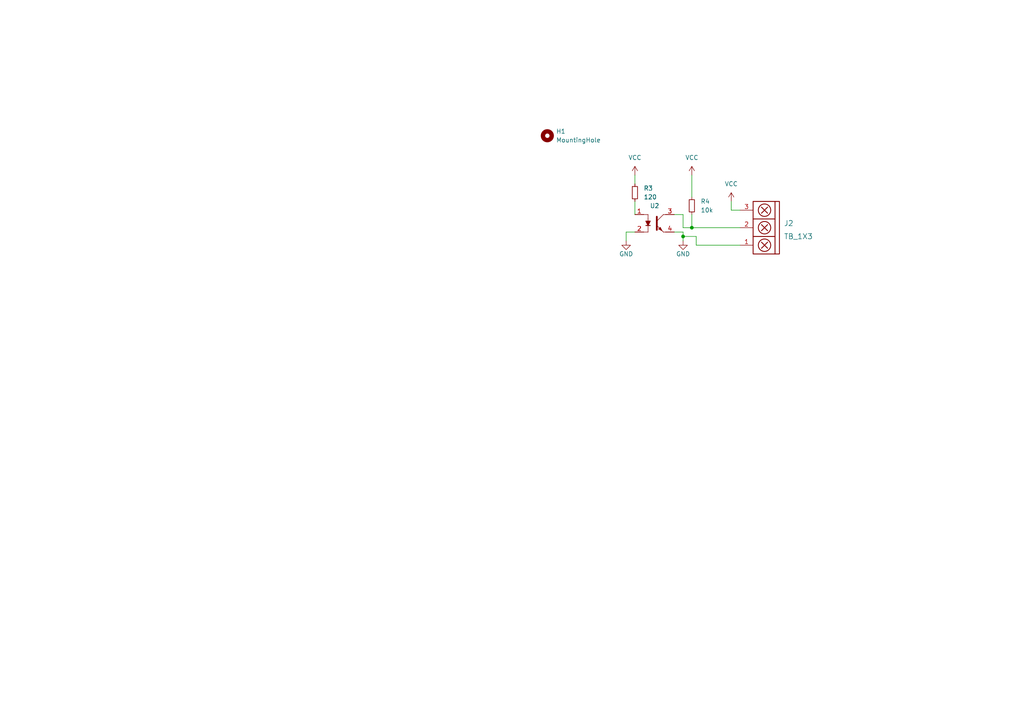
<source format=kicad_sch>
(kicad_sch (version 20211123) (generator eeschema)
  (paper "A4")
  (lib_symbols
    (symbol "Device:R_Small" (pin_numbers hide) (pin_names (offset 0.254) hide)
      (property "Reference" "R" (at 0.762 0.508 0))
      (property "Value" "R_Small" (at 0.762 -1.016 0))
      (symbol "R_Small_0_1"
        (rectangle (start -0.762 1.778) (end 0.762 -1.778) (stroke (width 0.2032)))
      )
      (symbol "R_Small_1_1"
        (pin passive line (at 0 2.54 270) (length 0.762) (name "~") (number "1"))
        (pin passive line (at 0 -2.54 90) (length 0.762) (name "~") (number "2"))
      )
    )
    (symbol "EESTN5:QRE1113" (pin_names (offset 1.016))
      (property "Reference" "U" (at -5.08 5.08 0))
      (property "Datasheet" "https://www.fairchildsemi.com/products/optoelectronics/infrared/reflective-sensors/QRE1113.html" (at -1.27 0 0))
      (symbol "QRE1113_0_1"
        (rectangle (start -2.54 -2.54) (end -1.27 -2.54))
        (rectangle (start -2.54 2.54) (end -1.27 2.54))
        (rectangle (start -1.27 -2.54) (end -1.27 0))
        (rectangle (start -1.27 1.27) (end -1.27 0))
        (rectangle (start -1.27 2.54) (end -1.27 1.27))
        (polyline (pts (xy -1.905 -0.635) (xy -0.635 -0.635)) (stroke (width 0.254)))
        (polyline (pts (xy 1.27 0.635) (xy 3.175 2.54)))
        (polyline (pts (xy 3.175 -2.54) (xy 1.27 -0.635)) (fill (type outline)))
        (polyline (pts (xy 3.175 -2.54) (xy 3.81 -2.54)))
        (polyline (pts (xy 3.175 2.54) (xy 3.81 2.54)))
        (polyline (pts (xy 1.27 1.905) (xy 1.27 -1.905) (xy 1.27 -1.905)) (stroke (width 0.508)))
        (polyline (pts (xy -1.27 -0.635) (xy -1.905 0.635) (xy -0.635 0.635) (xy -1.27 -0.635)) (stroke (width 0.254)) (fill (type outline)))
        (polyline (pts (xy 1.778 -1.651) (xy 2.286 -1.143) (xy 2.794 -2.159) (xy 1.778 -1.651) (xy 1.778 -1.651)) (fill (type outline)))
      )
      (symbol "QRE1113_1_1"
        (pin passive line (at -5.08 2.54 0) (length 2.54) (name "~") (number "1"))
        (pin passive line (at -5.08 -2.54 0) (length 2.54) (name "~") (number "2"))
        (pin passive line (at 6.35 2.54 180) (length 2.54) (name "~") (number "3"))
        (pin passive line (at 6.35 -2.54 180) (length 2.54) (name "~") (number "4"))
      )
    )
    (symbol "EESTN5:TB_1X3" (pin_names (offset 1.016))
      (property "Reference" "J" (at 0 7.62 0))
      (property "Value" "TB_1X3" (at 1.27 -11.43 0))
      (symbol "TB_1X3_0_1"
        (rectangle (start -2.54 5.08) (end 5.08 -10.16) (stroke (width 0.254)))
        (polyline (pts (xy -1.27 -5.08) (xy 5.08 -5.08)) (stroke (width 0.254)))
        (polyline (pts (xy -1.27 0) (xy 5.08 0)) (stroke (width 0.254)))
        (polyline (pts (xy -1.27 5.08) (xy -1.27 -10.16)) (stroke (width 0.254)))
        (polyline (pts (xy 0.889 -8.509) (xy 2.667 -6.731)) (stroke (width 0.254)))
        (polyline (pts (xy 0.889 -6.731) (xy 2.667 -8.509)) (stroke (width 0.254)))
        (polyline (pts (xy 0.889 -3.429) (xy 2.667 -1.651)) (stroke (width 0.254)))
        (polyline (pts (xy 0.889 -1.651) (xy 2.667 -3.429)) (stroke (width 0.254)))
        (polyline (pts (xy 0.889 1.651) (xy 2.667 3.429)) (stroke (width 0.254)))
        (polyline (pts (xy 0.889 3.429) (xy 2.667 1.651)) (stroke (width 0.254)))
        (circle (center 1.778 -7.62) (radius 1.8034) (stroke (width 0.254)))
        (circle (center 1.778 -2.54) (radius 1.8034) (stroke (width 0.254)))
        (circle (center 1.778 2.54) (radius 1.8034) (stroke (width 0.254)))
      )
      (symbol "TB_1X3_1_1"
        (pin input line (at 8.89 2.54 180) (length 3.81) (name "~") (number "1"))
        (pin input line (at 8.89 -2.54 180) (length 3.81) (name "~") (number "2"))
        (pin input line (at 8.89 -7.62 180) (length 3.81) (name "~") (number "3"))
      )
    )
    (symbol "Mechanical:MountingHole" (pin_names (offset 1.016))
      (property "Reference" "H" (at 0 5.08 0))
      (property "Value" "MountingHole" (at 0 3.175 0))
      (symbol "MountingHole_0_1"
        (circle (center 0 0) (radius 1.27) (stroke (width 1.27)))
      )
    )
    (symbol "power:GND" (power) (pin_names (offset 0))
      (property "Value" "GND" (at 0 -3.81 0))
      (symbol "GND_0_1"
        (polyline (pts (xy 0 0) (xy 0 -1.27) (xy 1.27 -1.27) (xy 0 -2.54) (xy -1.27 -1.27) (xy 0 -1.27)))
      )
      (symbol "GND_1_1"
        (pin power_in line (at 0 0 270) (length 0) hide (name "GND") (number "1"))
      )
    )
    (symbol "power:VCC" (power) (pin_names (offset 0))
      (property "Value" "VCC" (at 0 3.81 0))
      (symbol "VCC_0_1"
        (polyline (pts (xy -0.762 1.27) (xy 0 2.54)))
        (polyline (pts (xy 0 0) (xy 0 2.54)))
        (polyline (pts (xy 0 2.54) (xy 0.762 1.27)))
      )
      (symbol "VCC_1_1"
        (pin power_in line (at 0 0 90) (length 0) hide (name "VCC") (number "1"))
      )
    )
  )
  (junction (at 198.12 68.58))
  (junction (at 200.66 66.04))
  (wire (pts (xy 198.12 66.04) (xy 198.12 62.23)))
  (wire (pts (xy 195.58 67.31) (xy 198.12 67.31)))
  (wire (pts (xy 198.12 68.58) (xy 201.93 68.58)))
  (wire (pts (xy 212.09 60.96) (xy 212.09 58.42)))
  (wire (pts (xy 200.66 66.04) (xy 214.63 66.04)))
  (wire (pts (xy 184.15 67.31) (xy 181.61 67.31)))
  (wire (pts (xy 184.15 50.8) (xy 184.15 53.34)))
  (wire (pts (xy 195.58 62.23) (xy 198.12 62.23)))
  (wire (pts (xy 198.12 67.31) (xy 198.12 68.58)))
  (wire (pts (xy 200.66 62.23) (xy 200.66 66.04)))
  (wire (pts (xy 181.61 67.31) (xy 181.61 69.85)))
  (wire (pts (xy 214.63 60.96) (xy 212.09 60.96)))
  (wire (pts (xy 200.66 50.8) (xy 200.66 57.15)))
  (wire (pts (xy 184.15 58.42) (xy 184.15 62.23)))
  (wire (pts (xy 198.12 68.58) (xy 198.12 69.85)))
  (wire (pts (xy 201.93 71.12) (xy 201.93 68.58)))
  (wire (pts (xy 198.12 66.04) (xy 200.66 66.04)))
  (wire (pts (xy 214.63 71.12) (xy 201.93 71.12)))
  (symbol (lib_id "Mechanical:MountingHole") (at 158.75 39.37 0) (unit 1)
    (property "Reference" "H1" (at 161.29 38.0999 0) (effects (justify left)))
    (property "Value" "MountingHole" (at 161.29 40.6399 0) (effects (justify left)))
    (property "Footprint" "MountingHole:MountingHole_3.2mm_M3_DIN965_Pad" (effects hide))
  )
  (symbol (lib_id "EESTN5:QRE1113") (at 189.23 64.77 0) (unit 1)
    (property "Reference" "U2" (at 189.865 59.69 0))
    (property "Value" "QRE1113" (effects hide))
    (property "Footprint" "EESTN5:QRE1113GR" (effects hide))
    (property "Datasheet" "bbjfdutvftvtu" (effects hide))
  )
  (symbol (lib_id "power:GND") (at 181.61 69.85 0) (unit 1)
    (property "Reference" "#PWR06" (effects hide))
    (property "Value" "GND" (at 181.61 73.66 0))
  )
  (symbol (lib_id "Device:R_Small") (at 184.15 55.88 0) (unit 1)
    (property "Reference" "R3" (at 186.69 54.6099 0) (effects (justify left)))
    (property "Value" "120" (at 186.69 57.1499 0) (effects (justify left)))
    (property "Footprint" "EESTN5:R_1206" (effects hide))
  )
  (symbol (lib_id "power:GND") (at 198.12 69.85 0) (unit 1)
    (property "Reference" "#PWR08" (effects hide))
    (property "Value" "GND" (at 198.12 73.66 0))
  )
  (symbol (lib_id "power:VCC") (at 184.15 50.8 0) (unit 1)
    (property "Reference" "#PWR07" (effects hide))
    (property "Value" "VCC" (at 184.15 45.72 0))
  )
  (symbol (lib_id "power:VCC") (at 212.09 58.42 0) (unit 1)
    (property "Reference" "#PWR010" (effects hide))
    (property "Value" "VCC" (at 212.09 53.34 0))
  )
  (symbol (lib_id "Device:R_Small") (at 200.66 59.69 0) (unit 1)
    (property "Reference" "R4" (at 203.2 58.4199 0) (effects (justify left)))
    (property "Value" "10k" (at 203.2 60.9599 0) (effects (justify left)))
    (property "Footprint" "EESTN5:R_1206" (effects hide))
  )
  (symbol (lib_id "EESTN5:TB_1X3") (at 223.52 68.58 180) (unit 1)
    (property "Reference" "J2" (at 227.33 64.77 0) (effects (font (size 1.524 1.524)) (justify right)))
    (property "Value" "TB_1X3" (at 227.33 68.58 0) (effects (font (size 1.524 1.524)) (justify right)))
    (property "Footprint" "EESTN5:Pin_Strip_3" (effects hide))
  )
  (symbol (lib_id "power:VCC") (at 200.66 50.8 0) (unit 1)
    (property "Reference" "#PWR09" (effects hide))
    (property "Value" "VCC" (at 200.66 45.72 0))
  )
)
</source>
